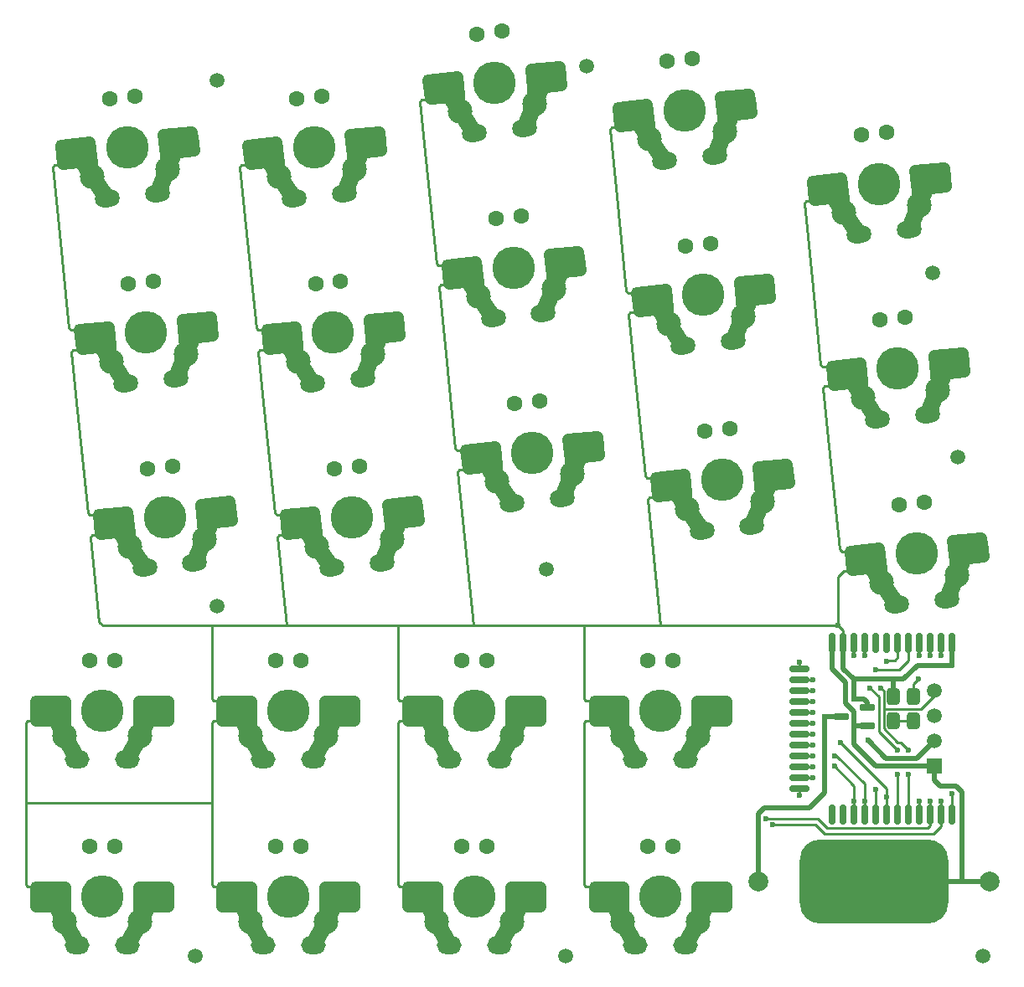
<source format=gtl>
G04 Layer_Physical_Order=1*
G04 Layer_Color=255*
%FSLAX42Y42*%
%MOMM*%
G71*
G01*
G75*
G04:AMPARAMS|DCode=10|XSize=0.7mm|YSize=2mm|CornerRadius=0.17mm|HoleSize=0mm|Usage=FLASHONLY|Rotation=270.000|XOffset=0mm|YOffset=0mm|HoleType=Round|Shape=RoundedRectangle|*
%AMROUNDEDRECTD10*
21,1,0.70,1.65,0,0,270.0*
21,1,0.35,2.00,0,0,270.0*
1,1,0.35,-0.82,-0.17*
1,1,0.35,-0.82,0.17*
1,1,0.35,0.82,0.17*
1,1,0.35,0.82,-0.17*
%
%ADD10ROUNDEDRECTD10*%
G04:AMPARAMS|DCode=11|XSize=0.7mm|YSize=2mm|CornerRadius=0.17mm|HoleSize=0mm|Usage=FLASHONLY|Rotation=0.000|XOffset=0mm|YOffset=0mm|HoleType=Round|Shape=RoundedRectangle|*
%AMROUNDEDRECTD11*
21,1,0.70,1.65,0,0,0.0*
21,1,0.35,2.00,0,0,0.0*
1,1,0.35,0.17,-0.82*
1,1,0.35,-0.17,-0.82*
1,1,0.35,-0.17,0.82*
1,1,0.35,0.17,0.82*
%
%ADD11ROUNDEDRECTD11*%
G04:AMPARAMS|DCode=12|XSize=1.35mm|YSize=1.7mm|CornerRadius=0.34mm|HoleSize=0mm|Usage=FLASHONLY|Rotation=0.000|XOffset=0mm|YOffset=0mm|HoleType=Round|Shape=RoundedRectangle|*
%AMROUNDEDRECTD12*
21,1,1.35,1.02,0,0,0.0*
21,1,0.68,1.70,0,0,0.0*
1,1,0.68,0.34,-0.51*
1,1,0.68,-0.34,-0.51*
1,1,0.68,-0.34,0.51*
1,1,0.68,0.34,0.51*
%
%ADD12ROUNDEDRECTD12*%
G04:AMPARAMS|DCode=13|XSize=0.65mm|YSize=1.55mm|CornerRadius=0.16mm|HoleSize=0mm|Usage=FLASHONLY|Rotation=270.000|XOffset=0mm|YOffset=0mm|HoleType=Round|Shape=RoundedRectangle|*
%AMROUNDEDRECTD13*
21,1,0.65,1.23,0,0,270.0*
21,1,0.33,1.55,0,0,270.0*
1,1,0.33,-0.61,-0.16*
1,1,0.33,-0.61,0.16*
1,1,0.33,0.61,0.16*
1,1,0.33,0.61,-0.16*
%
%ADD13ROUNDEDRECTD13*%
G04:AMPARAMS|DCode=14|XSize=15mm|YSize=8.5mm|CornerRadius=2.13mm|HoleSize=0mm|Usage=FLASHONLY|Rotation=0.000|XOffset=0mm|YOffset=0mm|HoleType=Round|Shape=RoundedRectangle|*
%AMROUNDEDRECTD14*
21,1,15.00,4.25,0,0,0.0*
21,1,10.75,8.50,0,0,0.0*
1,1,4.25,5.38,-2.13*
1,1,4.25,-5.38,-2.13*
1,1,4.25,-5.38,2.13*
1,1,4.25,5.38,2.13*
%
%ADD14ROUNDEDRECTD14*%
%ADD15C,1.70*%
%ADD16C,1.10*%
%ADD17C,0.25*%
%ADD18C,0.25*%
%ADD19C,0.50*%
%ADD20C,1.52*%
%ADD21C,1.60*%
%ADD22C,1.00*%
%ADD23C,4.30*%
%ADD24C,2.00*%
%ADD25C,2.50*%
%ADD26O,2.50X1.80*%
G04:AMPARAMS|DCode=27|XSize=2.5mm|YSize=1.8mm|CornerRadius=0mm|HoleSize=0mm|Usage=FLASHONLY|Rotation=5.800|XOffset=0mm|YOffset=0mm|HoleType=Round|Shape=Round|*
%AMOVALD27*
21,1,0.70,1.80,0.00,0.00,5.8*
1,1,1.80,-0.35,-0.04*
1,1,1.80,0.35,0.04*
%
%ADD27OVALD27*%

%ADD28C,1.50*%
%ADD29R,1.50X1.50*%
%ADD30C,0.60*%
D10*
X7900Y2385D02*
D03*
Y2165D02*
D03*
Y2275D02*
D03*
Y1945D02*
D03*
Y2055D02*
D03*
Y2715D02*
D03*
Y2935D02*
D03*
Y3045D02*
D03*
Y3155D02*
D03*
Y2825D02*
D03*
Y2495D02*
D03*
Y2605D02*
D03*
D11*
X9440Y1680D02*
D03*
X8670D02*
D03*
X9220D02*
D03*
X9110D02*
D03*
X9000D02*
D03*
X8890D02*
D03*
X8780D02*
D03*
X8560D02*
D03*
X8450D02*
D03*
X8340D02*
D03*
X8230D02*
D03*
X9330D02*
D03*
X9220Y3420D02*
D03*
X8450D02*
D03*
X9330D02*
D03*
X8340D02*
D03*
X8560D02*
D03*
X8670D02*
D03*
X8780D02*
D03*
X8890D02*
D03*
X9000D02*
D03*
X9110D02*
D03*
X8230D02*
D03*
X9440D02*
D03*
D12*
X8850Y2870D02*
D03*
Y2630D02*
D03*
X9050D02*
D03*
Y2870D02*
D03*
D13*
X8320Y2670D02*
D03*
X8585Y2765D02*
D03*
Y2575D02*
D03*
D14*
X8650Y1000D02*
D03*
D15*
X6871Y596D02*
X6998Y850D01*
X5982D02*
X6109Y596D01*
X6744Y362D02*
X6871Y596D01*
X6109D02*
X6236Y362D01*
X4991Y596D02*
X5118Y850D01*
X4102D02*
X4229Y596D01*
X4864Y362D02*
X4991Y596D01*
X4229D02*
X4356Y362D01*
X3111Y596D02*
X3238Y850D01*
X2222D02*
X2349Y596D01*
X2984Y362D02*
X3111Y596D01*
X2349D02*
X2476Y362D01*
X1231Y596D02*
X1358Y850D01*
X342D02*
X469Y596D01*
X1104Y362D02*
X1231Y596D01*
X469D02*
X596Y362D01*
X6871Y2476D02*
X6998Y2730D01*
X5982D02*
X6109Y2476D01*
X6744Y2242D02*
X6871Y2476D01*
X6109D02*
X6236Y2242D01*
X4991Y2476D02*
X5118Y2730D01*
X4102D02*
X4229Y2476D01*
X4864Y2242D02*
X4991Y2476D01*
X4229D02*
X4356Y2242D01*
X3111Y2476D02*
X3238Y2730D01*
X2222D02*
X2349Y2476D01*
X2984Y2242D02*
X3111Y2476D01*
X2349D02*
X2476Y2242D01*
X1231Y2476D02*
X1358Y2730D01*
X342D02*
X469Y2476D01*
X1104Y2242D02*
X1231Y2476D01*
X469D02*
X596Y2242D01*
X9487Y4105D02*
X9588Y4371D01*
X8577Y4268D02*
X8729Y4028D01*
X9385Y3860D02*
X9487Y4105D01*
X8729Y4028D02*
X8879Y3808D01*
X7522Y4850D02*
X7623Y5116D01*
X6612Y5013D02*
X6764Y4773D01*
X7419Y4605D02*
X7522Y4850D01*
X6764Y4773D02*
X6914Y4554D01*
X5604Y5128D02*
X5705Y5393D01*
X4694Y5291D02*
X4846Y5051D01*
X5501Y4883D02*
X5604Y5128D01*
X4846Y5051D02*
X4996Y4831D01*
X3781Y4470D02*
X3882Y4736D01*
X2871Y4633D02*
X3023Y4393D01*
X3678Y4225D02*
X3781Y4470D01*
X3023Y4393D02*
X3173Y4174D01*
X1891Y4470D02*
X1992Y4736D01*
X981Y4633D02*
X1133Y4393D01*
X1789Y4225D02*
X1891Y4470D01*
X1133Y4393D02*
X1283Y4174D01*
X9297Y5975D02*
X9398Y6241D01*
X8387Y6138D02*
X8539Y5898D01*
X9195Y5730D02*
X9297Y5975D01*
X8539Y5898D02*
X8689Y5679D01*
X7332Y6721D02*
X7433Y6986D01*
X6422Y6884D02*
X6574Y6644D01*
X7229Y6475D02*
X7332Y6721D01*
X6574Y6644D02*
X6724Y6424D01*
X5414Y6998D02*
X5515Y7264D01*
X4504Y7161D02*
X4656Y6921D01*
X5311Y6753D02*
X5414Y6998D01*
X4656Y6921D02*
X4806Y6702D01*
X3591Y6341D02*
X3692Y6606D01*
X2681Y6504D02*
X2833Y6264D01*
X3488Y6095D02*
X3591Y6341D01*
X2833Y6264D02*
X2983Y6044D01*
X1701Y6341D02*
X1802Y6606D01*
X791Y6504D02*
X943Y6264D01*
X1599Y6095D02*
X1701Y6341D01*
X943Y6264D02*
X1093Y6044D01*
X9107Y7846D02*
X9208Y8111D01*
X8197Y8009D02*
X8349Y7769D01*
X9005Y7601D02*
X9107Y7846D01*
X8349Y7769D02*
X8499Y7549D01*
X7142Y8591D02*
X7243Y8857D01*
X6232Y8754D02*
X6384Y8514D01*
X7039Y8346D02*
X7142Y8591D01*
X6384Y8514D02*
X6534Y8294D01*
X5224Y8869D02*
X5325Y9134D01*
X4314Y9032D02*
X4466Y8792D01*
X5121Y8623D02*
X5224Y8869D01*
X4466Y8792D02*
X4616Y8572D01*
X3401Y8211D02*
X3502Y8477D01*
X2491Y8374D02*
X2643Y8134D01*
X3298Y7966D02*
X3401Y8211D01*
X2643Y8134D02*
X2793Y7914D01*
X1511Y8211D02*
X1612Y8477D01*
X601Y8374D02*
X753Y8134D01*
X1409Y7966D02*
X1511Y8211D01*
X753Y8134D02*
X903Y7914D01*
D16*
X5820Y750D02*
Y950D01*
Y850D02*
X5982D01*
X5820Y750D02*
X6060D01*
X6120Y660D02*
Y950D01*
X5820D02*
X6120D01*
X7160Y750D02*
Y950D01*
X6998Y850D02*
X7160D01*
X6920Y750D02*
X7160D01*
X6860Y660D02*
Y950D01*
X7160D01*
X3940Y750D02*
Y950D01*
Y850D02*
X4102D01*
X3940Y750D02*
X4180D01*
X4240Y660D02*
Y950D01*
X3940D02*
X4240D01*
X5280Y750D02*
Y950D01*
X5118Y850D02*
X5280D01*
X5040Y750D02*
X5280D01*
X4980Y660D02*
Y950D01*
X5280D01*
X2060Y750D02*
Y950D01*
Y850D02*
X2222D01*
X2060Y750D02*
X2300D01*
X2360Y660D02*
Y950D01*
X2060D02*
X2360D01*
X3400Y750D02*
Y950D01*
X3238Y850D02*
X3400D01*
X3160Y750D02*
X3400D01*
X3100Y660D02*
Y950D01*
X3400D01*
X180Y750D02*
Y950D01*
Y850D02*
X342D01*
X180Y750D02*
X420D01*
X480Y660D02*
Y950D01*
X180D02*
X480D01*
X1520Y750D02*
Y950D01*
X1358Y850D02*
X1520D01*
X1280Y750D02*
X1520D01*
X1220Y660D02*
Y950D01*
X1520D01*
X5820Y2630D02*
Y2830D01*
Y2730D02*
X5982D01*
X5820Y2630D02*
X6060D01*
X6120Y2540D02*
Y2830D01*
X5820D02*
X6120D01*
X7160Y2630D02*
Y2830D01*
X6998Y2730D02*
X7160D01*
X6920Y2630D02*
X7160D01*
X6860Y2540D02*
Y2830D01*
X7160D01*
X3940Y2630D02*
Y2830D01*
Y2730D02*
X4102D01*
X3940Y2630D02*
X4180D01*
X4240Y2540D02*
Y2830D01*
X3940D02*
X4240D01*
X5280Y2630D02*
Y2830D01*
X5118Y2730D02*
X5280D01*
X5040Y2630D02*
X5280D01*
X4980Y2540D02*
Y2830D01*
X5280D01*
X2060Y2630D02*
Y2830D01*
Y2730D02*
X2222D01*
X2060Y2630D02*
X2300D01*
X2360Y2540D02*
Y2830D01*
X2060D02*
X2360D01*
X3400Y2630D02*
Y2830D01*
X3238Y2730D02*
X3400D01*
X3160Y2630D02*
X3400D01*
X3100Y2540D02*
Y2830D01*
X3400D01*
X180Y2630D02*
Y2830D01*
Y2730D02*
X342D01*
X180Y2630D02*
X420D01*
X480Y2540D02*
Y2830D01*
X180D02*
X480D01*
X1520Y2630D02*
Y2830D01*
X1358Y2730D02*
X1520D01*
X1280Y2630D02*
X1520D01*
X1220Y2540D02*
Y2830D01*
X1520D01*
X8406Y4351D02*
X8426Y4152D01*
X8416Y4252D02*
X8577Y4268D01*
X8426Y4152D02*
X8665Y4176D01*
X8704Y4381D02*
X8734Y4093D01*
X8406Y4351D02*
X8704Y4381D01*
X9739Y4486D02*
X9759Y4288D01*
X9588Y4371D02*
X9749Y4387D01*
X9520Y4263D02*
X9759Y4288D01*
X9441Y4456D02*
X9470Y4168D01*
X9441Y4456D02*
X9739Y4486D01*
X6440Y5096D02*
X6461Y4897D01*
X6451Y4997D02*
X6612Y5013D01*
X6461Y4897D02*
X6699Y4922D01*
X6739Y5127D02*
X6768Y4838D01*
X6440Y5096D02*
X6739Y5127D01*
X7774Y5232D02*
X7794Y5033D01*
X7623Y5116D02*
X7784Y5132D01*
X7555Y5008D02*
X7794Y5033D01*
X7475Y5201D02*
X7504Y4913D01*
X7475Y5201D02*
X7774Y5232D01*
X4523Y5374D02*
X4543Y5175D01*
X4533Y5274D02*
X4694Y5291D01*
X4543Y5175D02*
X4782Y5199D01*
X4821Y5404D02*
X4850Y5116D01*
X4523Y5374D02*
X4821Y5404D01*
X5856Y5509D02*
X5876Y5310D01*
X5705Y5393D02*
X5866Y5410D01*
X5637Y5286D02*
X5876Y5310D01*
X5557Y5479D02*
X5587Y5190D01*
X5557Y5479D02*
X5856Y5509D01*
X2700Y4716D02*
X2720Y4517D01*
X2710Y4617D02*
X2871Y4633D01*
X2720Y4517D02*
X2959Y4542D01*
X2998Y4747D02*
X3028Y4458D01*
X2700Y4716D02*
X2998Y4747D01*
X4033Y4852D02*
X4053Y4653D01*
X3882Y4736D02*
X4043Y4752D01*
X3814Y4628D02*
X4053Y4653D01*
X3734Y4821D02*
X3764Y4533D01*
X3734Y4821D02*
X4033Y4852D01*
X810Y4716D02*
X830Y4517D01*
X820Y4617D02*
X981Y4633D01*
X830Y4517D02*
X1069Y4542D01*
X1109Y4747D02*
X1138Y4458D01*
X810Y4716D02*
X1109Y4747D01*
X2143Y4852D02*
X2163Y4653D01*
X1992Y4736D02*
X2153Y4752D01*
X1925Y4629D02*
X2163Y4653D01*
X1845Y4821D02*
X1874Y4533D01*
X1845Y4821D02*
X2143Y4852D01*
X8216Y6221D02*
X8236Y6022D01*
X8226Y6122D02*
X8387Y6138D01*
X8236Y6022D02*
X8475Y6047D01*
X8514Y6252D02*
X8544Y5963D01*
X8216Y6221D02*
X8514Y6252D01*
X9549Y6357D02*
X9569Y6158D01*
X9398Y6241D02*
X9559Y6257D01*
X9330Y6134D02*
X9569Y6158D01*
X9251Y6327D02*
X9280Y6038D01*
X9251Y6327D02*
X9549Y6357D01*
X6251Y6967D02*
X6271Y6768D01*
X6261Y6867D02*
X6422Y6884D01*
X6271Y6768D02*
X6509Y6792D01*
X6549Y6997D02*
X6578Y6708D01*
X6251Y6967D02*
X6549Y6997D01*
X7584Y7102D02*
X7604Y6903D01*
X7433Y6986D02*
X7594Y7003D01*
X7365Y6879D02*
X7604Y6903D01*
X7285Y7072D02*
X7314Y6783D01*
X7285Y7072D02*
X7584Y7102D01*
X4333Y7244D02*
X4353Y7045D01*
X4343Y7145D02*
X4504Y7161D01*
X4353Y7045D02*
X4592Y7070D01*
X4631Y7275D02*
X4660Y6986D01*
X4333Y7244D02*
X4631Y7275D01*
X5666Y7380D02*
X5686Y7181D01*
X5515Y7264D02*
X5676Y7280D01*
X5447Y7156D02*
X5686Y7181D01*
X5367Y7349D02*
X5397Y7061D01*
X5367Y7349D02*
X5666Y7380D01*
X2510Y6587D02*
X2530Y6388D01*
X2520Y6487D02*
X2681Y6504D01*
X2530Y6388D02*
X2769Y6412D01*
X2808Y6617D02*
X2838Y6328D01*
X2510Y6587D02*
X2808Y6617D01*
X3843Y6722D02*
X3863Y6523D01*
X3692Y6606D02*
X3853Y6623D01*
X3624Y6499D02*
X3863Y6523D01*
X3544Y6692D02*
X3574Y6403D01*
X3544Y6692D02*
X3843Y6722D01*
X620Y6587D02*
X640Y6388D01*
X630Y6487D02*
X791Y6504D01*
X640Y6388D02*
X879Y6412D01*
X919Y6617D02*
X948Y6329D01*
X620Y6587D02*
X919Y6617D01*
X1953Y6722D02*
X1973Y6523D01*
X1802Y6606D02*
X1963Y6623D01*
X1735Y6499D02*
X1973Y6523D01*
X1655Y6692D02*
X1684Y6403D01*
X1655Y6692D02*
X1953Y6722D01*
X8026Y8092D02*
X8046Y7893D01*
X8036Y7992D02*
X8197Y8009D01*
X8046Y7893D02*
X8285Y7917D01*
X8324Y8122D02*
X8354Y7834D01*
X8026Y8092D02*
X8324Y8122D01*
X9359Y8227D02*
X9379Y8028D01*
X9208Y8111D02*
X9369Y8128D01*
X9140Y8004D02*
X9379Y8028D01*
X9061Y8197D02*
X9090Y7908D01*
X9061Y8197D02*
X9359Y8227D01*
X6061Y8837D02*
X6081Y8638D01*
X6071Y8738D02*
X6232Y8754D01*
X6081Y8638D02*
X6320Y8662D01*
X6359Y8867D02*
X6388Y8579D01*
X6061Y8837D02*
X6359Y8867D01*
X7394Y8972D02*
X7414Y8773D01*
X7243Y8857D02*
X7404Y8873D01*
X7175Y8749D02*
X7414Y8773D01*
X7095Y8942D02*
X7125Y8654D01*
X7095Y8942D02*
X7394Y8972D01*
X4143Y9115D02*
X4163Y8916D01*
X4153Y9015D02*
X4314Y9032D01*
X4163Y8916D02*
X4402Y8940D01*
X4441Y9145D02*
X4470Y8856D01*
X4143Y9115D02*
X4441Y9145D01*
X5476Y9250D02*
X5496Y9051D01*
X5325Y9134D02*
X5486Y9151D01*
X5257Y9027D02*
X5496Y9051D01*
X5177Y9220D02*
X5207Y8931D01*
X5177Y9220D02*
X5476Y9250D01*
X2320Y8457D02*
X2340Y8258D01*
X2330Y8358D02*
X2491Y8374D01*
X2340Y8258D02*
X2579Y8282D01*
X2618Y8487D02*
X2648Y8199D01*
X2320Y8457D02*
X2618Y8487D01*
X3653Y8592D02*
X3673Y8393D01*
X3502Y8477D02*
X3663Y8493D01*
X3434Y8369D02*
X3673Y8393D01*
X3354Y8562D02*
X3384Y8274D01*
X3354Y8562D02*
X3653Y8592D01*
X430Y8457D02*
X450Y8258D01*
X440Y8358D02*
X601Y8374D01*
X450Y8258D02*
X689Y8282D01*
X729Y8487D02*
X758Y8199D01*
X430Y8457D02*
X729Y8487D01*
X1763Y8592D02*
X1783Y8394D01*
X1612Y8477D02*
X1773Y8493D01*
X1545Y8369D02*
X1783Y8394D01*
X1465Y8562D02*
X1494Y8274D01*
X1465Y8562D02*
X1763Y8592D01*
D17*
X9260Y2880D02*
Y2931D01*
X9130Y2750D02*
X9260Y2880D01*
X9440Y1680D02*
Y1890D01*
X8750Y2750D02*
X9130D01*
X8750D02*
Y2930D01*
Y2550D02*
Y2750D01*
X8920Y2410D02*
X9000Y2330D01*
X8890Y2410D02*
X8920D01*
X8750Y2550D02*
X8890Y2410D01*
X8700Y2520D02*
X8890Y2330D01*
X8700Y2520D02*
Y2870D01*
X8610Y2960D02*
X8700Y2870D01*
X8720Y2960D02*
X8750Y2930D01*
X9050Y3000D02*
X9100Y3050D01*
X9050Y2870D02*
Y3000D01*
X8850Y2630D02*
X9050D01*
D18*
X860Y3590D02*
X8280D01*
X8340Y3420D02*
Y3540D01*
X8290Y3590D02*
X8340Y3540D01*
X8290Y4088D02*
X8346Y4144D01*
X8290Y3590D02*
Y4088D01*
X830Y3620D02*
X860Y3590D01*
X8890Y1680D02*
Y2100D01*
X8890Y2100D02*
X8890Y2100D01*
X8560Y1680D02*
Y1990D01*
X8275Y2275D02*
X8560Y1990D01*
X8250Y2275D02*
X8275D01*
X8780Y1862D02*
Y1940D01*
X8310Y2410D02*
X8780Y1940D01*
X7625Y1580D02*
X8060D01*
X7560Y1640D02*
X8085D01*
X8180Y1545D01*
X5720Y2850D02*
X5740Y2830D01*
X5820D01*
X5720Y2850D02*
Y3590D01*
X3840Y2850D02*
X3860Y2830D01*
X3940D01*
X3840Y2850D02*
Y3590D01*
X1960Y2850D02*
Y3590D01*
X1980Y2830D02*
X2060D01*
X1960Y2850D02*
X1980Y2830D01*
X8780Y1680D02*
Y1862D01*
X8670Y1680D02*
Y1935D01*
X9000Y3238D02*
Y3420D01*
X8860Y3238D02*
X8890Y3268D01*
Y3420D01*
X8780Y3233D02*
Y3238D01*
X8860D01*
X100Y950D02*
X180D01*
X80Y970D02*
X100Y950D01*
Y2630D02*
X180D01*
X80Y2610D02*
X100Y2630D01*
X1960Y1800D02*
Y2610D01*
X1980Y2630D01*
X2060D01*
X1960Y970D02*
X1980Y950D01*
X2060D01*
X3840Y970D02*
Y2610D01*
X3860Y2630D01*
X3940D01*
X3840Y970D02*
X3860Y950D01*
X3940D01*
X5720Y970D02*
Y2610D01*
X5740Y2630D01*
X5820D01*
X5720Y970D02*
X5740Y950D01*
X5820D01*
X730Y4708D02*
X810Y4716D01*
X709Y4726D02*
X730Y4708D01*
X602Y5771D02*
X709Y4726D01*
X561Y6380D02*
X640Y6388D01*
X543Y6358D02*
X561Y6380D01*
X543Y6358D02*
X602Y5771D01*
X540Y6579D02*
X620Y6587D01*
X519Y6596D02*
X540Y6579D01*
X412Y7641D02*
X519Y6596D01*
X371Y8250D02*
X450Y8258D01*
X353Y8228D02*
X371Y8250D01*
X353Y8228D02*
X412Y7641D01*
X2243Y8228D02*
X2302Y7641D01*
X2243Y8228D02*
X2260Y8250D01*
X2340Y8258D01*
X2302Y7641D02*
X2408Y6596D01*
X2430Y6579D01*
X2510Y6587D01*
X2432Y6358D02*
X2492Y5771D01*
X2432Y6358D02*
X2450Y6380D01*
X2530Y6388D01*
X2492Y5771D02*
X2598Y4726D01*
X2620Y4708D01*
X2700Y4716D01*
X4065Y8886D02*
X4125Y8299D01*
X4065Y8886D02*
X4083Y8908D01*
X4163Y8916D01*
X4125Y8299D02*
X4231Y7254D01*
X4253Y7236D01*
X4333Y7244D01*
X4255Y7015D02*
X4315Y6428D01*
X4255Y7015D02*
X4273Y7037D01*
X4353Y7045D01*
X4315Y6428D02*
X4421Y5384D01*
X4443Y5366D01*
X4523Y5374D01*
X5983Y8608D02*
X6043Y8021D01*
X5983Y8608D02*
X6001Y8630D01*
X6081Y8638D01*
X6043Y8021D02*
X6149Y6976D01*
X6171Y6959D01*
X6251Y6967D01*
X6173Y6738D02*
X6233Y6151D01*
X6173Y6738D02*
X6191Y6760D01*
X6271Y6768D01*
X6233Y6151D02*
X6339Y5106D01*
X6361Y5088D01*
X6440Y5096D01*
X7949Y7863D02*
X8008Y7276D01*
X7949Y7863D02*
X7967Y7885D01*
X8046Y7893D01*
X8008Y7276D02*
X8114Y6231D01*
X8136Y6213D01*
X8216Y6221D01*
X8139Y5992D02*
X8198Y5405D01*
X8139Y5992D02*
X8156Y6014D01*
X8236Y6022D01*
X8198Y5405D02*
X8304Y4361D01*
X8326Y4343D01*
X8406Y4351D01*
X8250Y2170D02*
X8450Y1970D01*
X80Y1800D02*
X1960D01*
X80Y970D02*
Y1800D01*
Y2610D01*
X1960Y970D02*
Y1800D01*
X733Y4487D02*
X820Y3628D01*
X733Y4487D02*
X751Y4509D01*
X830Y4517D01*
X2640Y4509D02*
X2720Y4517D01*
X2622Y4487D02*
X2640Y4509D01*
X2622Y4487D02*
X2714Y3590D01*
X4463Y5167D02*
X4543Y5175D01*
X4445Y5145D02*
X4463Y5167D01*
X4445Y5145D02*
X4603Y3590D01*
X6381Y4889D02*
X6461Y4897D01*
X6363Y4867D02*
X6381Y4889D01*
X6363Y4867D02*
X6493Y3590D01*
X8346Y4144D02*
X8426Y4152D01*
X820Y3628D02*
X830Y3620D01*
X7900Y1875D02*
Y1945D01*
Y3155D02*
Y3225D01*
X7900Y2055D02*
X8035D01*
X7900Y2165D02*
X8035D01*
X7900Y2275D02*
X8035D01*
X7900Y2385D02*
X8035D01*
X7900Y2495D02*
X8035D01*
X7900Y2605D02*
X8035D01*
X7900Y2715D02*
X8035D01*
X7900Y2825D02*
X8035D01*
X7900Y2935D02*
X8035D01*
X7900Y3045D02*
X8035D01*
X9330Y3285D02*
Y3420D01*
X9220Y3285D02*
Y3420D01*
X9110Y3285D02*
Y3420D01*
X8560Y3285D02*
Y3420D01*
X8450Y3285D02*
Y3420D01*
X9110Y1680D02*
Y1815D01*
X9220Y1680D02*
Y1815D01*
X9330Y1560D02*
Y1815D01*
X8450Y1680D02*
Y1970D01*
X9000Y1680D02*
Y2090D01*
X8670Y3145D02*
X8907D01*
X9000Y3238D01*
X9220Y1570D02*
Y1680D01*
X9195Y1545D02*
X9220Y1570D01*
X9255Y1485D02*
X9330Y1560D01*
X8180Y1545D02*
X9195D01*
X8060Y1580D02*
X8155Y1485D01*
X9255D01*
D19*
X9480Y1970D02*
X9540Y1910D01*
X9320Y1970D02*
X9480D01*
X9540Y1000D02*
Y1910D01*
X9260Y2030D02*
X9320Y1970D01*
X9260Y2030D02*
Y2170D01*
X9239D02*
X9260D01*
X9239D02*
X9249Y2180D01*
X8670Y2170D02*
X9260D01*
X9440Y3190D02*
Y3285D01*
X9440Y3190D02*
X9440Y3190D01*
X9090Y3190D02*
X9440D01*
Y3285D01*
X9440Y3285D01*
X9440D02*
Y3420D01*
X8447Y3050D02*
X8850D01*
X9087Y2250D02*
X9260Y2423D01*
X8770Y2250D02*
X9087D01*
X8590Y2430D02*
X8770Y2250D01*
X8850Y3050D02*
X8950D01*
X8850Y2870D02*
Y3050D01*
X8450Y2390D02*
X8670Y2170D01*
X7480Y1000D02*
Y1690D01*
X7540Y1750D01*
X8950Y3050D02*
X9090Y3190D01*
X8450Y2390D02*
Y2490D01*
Y2580D01*
Y2720D01*
Y2580D02*
X8455Y2575D01*
X8585D01*
X8230Y3150D02*
Y3420D01*
Y3150D02*
X8360Y3020D01*
Y2810D02*
Y3020D01*
Y2810D02*
X8450Y2720D01*
X8447Y3050D02*
X8450Y3047D01*
Y2850D02*
Y3047D01*
X8150Y2670D02*
X8320D01*
X8150Y1900D02*
Y2670D01*
X9540Y1000D02*
X9820D01*
X8650D02*
X9540D01*
X8340Y3157D02*
X8447Y3050D01*
X8340Y3157D02*
Y3420D01*
X8585Y2765D02*
Y2815D01*
X8550Y2850D02*
X8585Y2815D01*
X8450Y2850D02*
X8550D01*
X8000Y1750D02*
X8150Y1900D01*
X7540Y1750D02*
X8000D01*
D20*
X9496Y5296D02*
D03*
X9750Y250D02*
D03*
X9246Y7160D02*
D03*
X2010Y3790D02*
D03*
X5747Y9247D02*
D03*
X2012Y9109D02*
D03*
X5540Y250D02*
D03*
X1790D02*
D03*
X5340Y4160D02*
D03*
D21*
X6363Y1358D02*
D03*
X6617D02*
D03*
X4483D02*
D03*
X4737D02*
D03*
X2603D02*
D03*
X2857D02*
D03*
X723D02*
D03*
X977D02*
D03*
X6363Y3238D02*
D03*
X6617D02*
D03*
X4483D02*
D03*
X4737D02*
D03*
X2603D02*
D03*
X2857D02*
D03*
X723D02*
D03*
X977D02*
D03*
X8905Y4812D02*
D03*
X9158Y4838D02*
D03*
X6939Y5557D02*
D03*
X7192Y5583D02*
D03*
X5022Y5835D02*
D03*
X5274Y5860D02*
D03*
X3199Y5177D02*
D03*
X3451Y5203D02*
D03*
X1309Y5177D02*
D03*
X1562Y5203D02*
D03*
X8715Y6682D02*
D03*
X8968Y6708D02*
D03*
X6749Y7427D02*
D03*
X7002Y7453D02*
D03*
X4832Y7705D02*
D03*
X5084Y7731D02*
D03*
X3009Y7047D02*
D03*
X3261Y7073D02*
D03*
X1119Y7047D02*
D03*
X1372Y7073D02*
D03*
X8525Y8553D02*
D03*
X8778Y8578D02*
D03*
X6560Y9298D02*
D03*
X6812Y9323D02*
D03*
X4642Y9575D02*
D03*
X4894Y9601D02*
D03*
X2819Y8918D02*
D03*
X3071Y8943D02*
D03*
X929Y8918D02*
D03*
X1182Y8944D02*
D03*
D22*
X7160Y750D02*
D03*
Y950D02*
D03*
Y850D02*
D03*
X5820D02*
D03*
Y750D02*
D03*
Y950D02*
D03*
X5280Y750D02*
D03*
Y950D02*
D03*
Y850D02*
D03*
X3940D02*
D03*
Y750D02*
D03*
Y950D02*
D03*
X3400Y750D02*
D03*
Y950D02*
D03*
Y850D02*
D03*
X2060D02*
D03*
Y750D02*
D03*
Y950D02*
D03*
X1520Y750D02*
D03*
Y950D02*
D03*
Y850D02*
D03*
X180D02*
D03*
Y750D02*
D03*
Y950D02*
D03*
X7160Y2630D02*
D03*
Y2830D02*
D03*
Y2730D02*
D03*
X5820D02*
D03*
Y2630D02*
D03*
Y2830D02*
D03*
X5280Y2630D02*
D03*
Y2830D02*
D03*
Y2730D02*
D03*
X3940D02*
D03*
Y2630D02*
D03*
Y2830D02*
D03*
X3400Y2630D02*
D03*
Y2830D02*
D03*
Y2730D02*
D03*
X2060D02*
D03*
Y2630D02*
D03*
Y2830D02*
D03*
X1520Y2630D02*
D03*
Y2830D02*
D03*
Y2730D02*
D03*
X180D02*
D03*
Y2630D02*
D03*
Y2830D02*
D03*
X9759Y4288D02*
D03*
X9739Y4486D02*
D03*
X9749Y4387D02*
D03*
X8416Y4252D02*
D03*
X8426Y4152D02*
D03*
X8406Y4351D02*
D03*
X7794Y5033D02*
D03*
X7774Y5232D02*
D03*
X7784Y5132D02*
D03*
X6451Y4997D02*
D03*
X6461Y4897D02*
D03*
X6440Y5096D02*
D03*
X5876Y5310D02*
D03*
X5856Y5509D02*
D03*
X5866Y5410D02*
D03*
X4533Y5274D02*
D03*
X4543Y5175D02*
D03*
X4523Y5374D02*
D03*
X4053Y4653D02*
D03*
X4033Y4852D02*
D03*
X4043Y4752D02*
D03*
X2710Y4617D02*
D03*
X2720Y4517D02*
D03*
X2700Y4716D02*
D03*
X2163Y4653D02*
D03*
X2143Y4852D02*
D03*
X2153Y4752D02*
D03*
X820Y4617D02*
D03*
X830Y4517D02*
D03*
X810Y4716D02*
D03*
X9569Y6158D02*
D03*
X9549Y6357D02*
D03*
X9559Y6257D02*
D03*
X8226Y6122D02*
D03*
X8236Y6022D02*
D03*
X8216Y6221D02*
D03*
X7604Y6903D02*
D03*
X7584Y7102D02*
D03*
X7594Y7003D02*
D03*
X6261Y6867D02*
D03*
X6271Y6768D02*
D03*
X6251Y6967D02*
D03*
X5686Y7181D02*
D03*
X5666Y7380D02*
D03*
X5676Y7280D02*
D03*
X4343Y7145D02*
D03*
X4353Y7045D02*
D03*
X4333Y7244D02*
D03*
X3863Y6523D02*
D03*
X3843Y6722D02*
D03*
X3853Y6623D02*
D03*
X2520Y6487D02*
D03*
X2530Y6388D02*
D03*
X2510Y6587D02*
D03*
X1973Y6523D02*
D03*
X1953Y6722D02*
D03*
X1963Y6623D02*
D03*
X630Y6487D02*
D03*
X640Y6388D02*
D03*
X620Y6587D02*
D03*
X9379Y8028D02*
D03*
X9359Y8227D02*
D03*
X9369Y8128D02*
D03*
X8036Y7992D02*
D03*
X8046Y7893D02*
D03*
X8026Y8092D02*
D03*
X7414Y8773D02*
D03*
X7394Y8972D02*
D03*
X7404Y8873D02*
D03*
X6071Y8738D02*
D03*
X6081Y8638D02*
D03*
X6061Y8837D02*
D03*
X5496Y9051D02*
D03*
X5476Y9250D02*
D03*
X5486Y9151D02*
D03*
X4153Y9015D02*
D03*
X4163Y8916D02*
D03*
X4143Y9115D02*
D03*
X3673Y8393D02*
D03*
X3653Y8592D02*
D03*
X3663Y8493D02*
D03*
X2330Y8358D02*
D03*
X2340Y8258D02*
D03*
X2320Y8457D02*
D03*
X1783Y8394D02*
D03*
X1763Y8592D02*
D03*
X1773Y8493D02*
D03*
X440Y8358D02*
D03*
X450Y8258D02*
D03*
X430Y8457D02*
D03*
D23*
X6490Y850D02*
D03*
X4610D02*
D03*
X2730D02*
D03*
X850D02*
D03*
X6490Y2730D02*
D03*
X4610D02*
D03*
X2730D02*
D03*
X850D02*
D03*
X9083Y4319D02*
D03*
X7117Y5064D02*
D03*
X5199Y5342D02*
D03*
X3376Y4685D02*
D03*
X1487Y4685D02*
D03*
X8893Y6190D02*
D03*
X6927Y6935D02*
D03*
X5009Y7212D02*
D03*
X3186Y6555D02*
D03*
X1297Y6555D02*
D03*
X8703Y8060D02*
D03*
X6737Y8805D02*
D03*
X4819Y9083D02*
D03*
X2996Y8425D02*
D03*
X1107Y8425D02*
D03*
D24*
X6998Y850D02*
D03*
X5982D02*
D03*
X5118D02*
D03*
X4102D02*
D03*
X3238D02*
D03*
X2222D02*
D03*
X1358D02*
D03*
X342D02*
D03*
X6998Y2730D02*
D03*
X5982D02*
D03*
X5118D02*
D03*
X4102D02*
D03*
X3238D02*
D03*
X2222D02*
D03*
X1358D02*
D03*
X342D02*
D03*
X9588Y4371D02*
D03*
X8577Y4268D02*
D03*
X7623Y5116D02*
D03*
X6612Y5013D02*
D03*
X5705Y5393D02*
D03*
X4694Y5291D02*
D03*
X3882Y4736D02*
D03*
X2871Y4633D02*
D03*
X1992Y4736D02*
D03*
X981Y4633D02*
D03*
X9398Y6241D02*
D03*
X8387Y6138D02*
D03*
X7433Y6986D02*
D03*
X6422Y6884D02*
D03*
X5515Y7264D02*
D03*
X4504Y7161D02*
D03*
X3692Y6606D02*
D03*
X2681Y6504D02*
D03*
X1802Y6606D02*
D03*
X791Y6504D02*
D03*
X9208Y8111D02*
D03*
X8197Y8009D02*
D03*
X7243Y8857D02*
D03*
X6232Y8754D02*
D03*
X5325Y9134D02*
D03*
X4314Y9032D02*
D03*
X3502Y8477D02*
D03*
X2491Y8374D02*
D03*
X1612Y8477D02*
D03*
X601Y8374D02*
D03*
X9820Y1000D02*
D03*
X7480D02*
D03*
D25*
X6871Y596D02*
D03*
X6109D02*
D03*
X4991D02*
D03*
X4229D02*
D03*
X3111D02*
D03*
X2349D02*
D03*
X1231D02*
D03*
X469D02*
D03*
X6871Y2476D02*
D03*
X6109D02*
D03*
X4991D02*
D03*
X4229D02*
D03*
X3111D02*
D03*
X2349D02*
D03*
X1231D02*
D03*
X469D02*
D03*
X9487Y4105D02*
D03*
X8729Y4028D02*
D03*
X7522Y4850D02*
D03*
X6764Y4773D02*
D03*
X5604Y5128D02*
D03*
X4846Y5051D02*
D03*
X3781Y4470D02*
D03*
X3023Y4393D02*
D03*
X1891Y4470D02*
D03*
X1133Y4393D02*
D03*
X9297Y5975D02*
D03*
X8539Y5898D02*
D03*
X7332Y6721D02*
D03*
X6574Y6644D02*
D03*
X5414Y6998D02*
D03*
X4656Y6921D02*
D03*
X3591Y6341D02*
D03*
X2833Y6264D02*
D03*
X1701Y6341D02*
D03*
X943Y6264D02*
D03*
X9107Y7846D02*
D03*
X8349Y7769D02*
D03*
X7142Y8591D02*
D03*
X6384Y8514D02*
D03*
X5224Y8869D02*
D03*
X4466Y8792D02*
D03*
X3401Y8211D02*
D03*
X2643Y8134D02*
D03*
X1511Y8211D02*
D03*
X753Y8134D02*
D03*
D26*
X6236Y362D02*
D03*
X6744D02*
D03*
X4356D02*
D03*
X4864D02*
D03*
X2476D02*
D03*
X2984D02*
D03*
X596D02*
D03*
X1104D02*
D03*
X6236Y2242D02*
D03*
X6744D02*
D03*
X4356D02*
D03*
X4864D02*
D03*
X2476D02*
D03*
X2984D02*
D03*
X596D02*
D03*
X1104D02*
D03*
D27*
X8879Y3808D02*
D03*
X9385Y3860D02*
D03*
X6914Y4554D02*
D03*
X7419Y4605D02*
D03*
X4996Y4831D02*
D03*
X5501Y4883D02*
D03*
X3173Y4174D02*
D03*
X3678Y4225D02*
D03*
X1283Y4174D02*
D03*
X1789Y4225D02*
D03*
X8689Y5679D02*
D03*
X9195Y5730D02*
D03*
X6724Y6424D02*
D03*
X7229Y6475D02*
D03*
X4806Y6702D02*
D03*
X5311Y6753D02*
D03*
X2983Y6044D02*
D03*
X3488Y6095D02*
D03*
X1093Y6044D02*
D03*
X1599Y6095D02*
D03*
X8499Y7549D02*
D03*
X9005Y7601D02*
D03*
X6534Y8294D02*
D03*
X7039Y8346D02*
D03*
X4616Y8572D02*
D03*
X5121Y8623D02*
D03*
X2793Y7914D02*
D03*
X3298Y7966D02*
D03*
X903Y7914D02*
D03*
X1409Y7966D02*
D03*
D28*
X9260Y2931D02*
D03*
Y2677D02*
D03*
Y2423D02*
D03*
D29*
Y2169D02*
D03*
D30*
X9440Y1890D02*
D03*
X8290Y3590D02*
D03*
X9440Y3190D02*
D03*
X9000Y2330D02*
D03*
X8890D02*
D03*
X8720Y2960D02*
D03*
X8610D02*
D03*
X9100Y3050D02*
D03*
X9000Y2090D02*
D03*
X8890Y2090D02*
D03*
X8590Y2430D02*
D03*
X8150Y2670D02*
D03*
X8035Y2715D02*
D03*
Y2605D02*
D03*
X8450Y2490D02*
D03*
Y2850D02*
D03*
X8250Y2275D02*
D03*
X8310Y2410D02*
D03*
X7560Y1640D02*
D03*
X7625Y1580D02*
D03*
X8450Y1815D02*
D03*
X8560D02*
D03*
X9110D02*
D03*
X9220D02*
D03*
X9330D02*
D03*
X8035Y2165D02*
D03*
Y2275D02*
D03*
Y2385D02*
D03*
Y2495D02*
D03*
Y2825D02*
D03*
Y2935D02*
D03*
Y3045D02*
D03*
X8450Y3285D02*
D03*
X8560D02*
D03*
X9110D02*
D03*
X9220D02*
D03*
X9330D02*
D03*
X8780Y1862D02*
D03*
Y3233D02*
D03*
X8250Y2170D02*
D03*
X7900Y3225D02*
D03*
Y1875D02*
D03*
X8035Y2055D02*
D03*
X8670Y3145D02*
D03*
Y1935D02*
D03*
M02*

</source>
